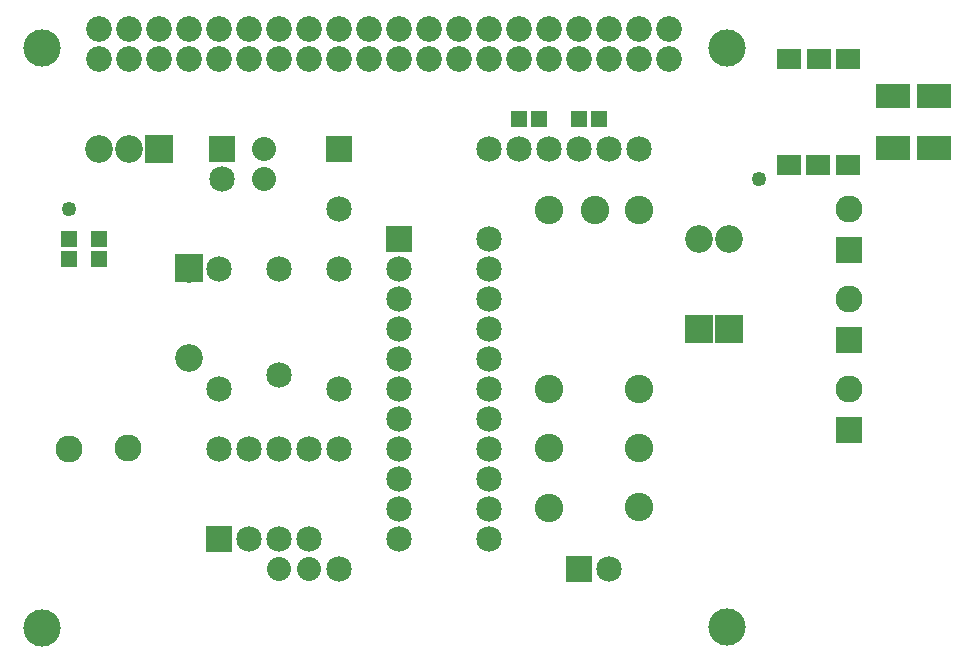
<source format=gts>
G04 MADE WITH FRITZING*
G04 WWW.FRITZING.ORG*
G04 DOUBLE SIDED*
G04 HOLES PLATED*
G04 CONTOUR ON CENTER OF CONTOUR VECTOR*
%ASAXBY*%
%FSLAX23Y23*%
%MOIN*%
%OFA0B0*%
%SFA1.0B1.0*%
%ADD10C,0.085000*%
%ADD11C,0.049370*%
%ADD12C,0.092000*%
%ADD13C,0.080000*%
%ADD14C,0.090000*%
%ADD15C,0.085361*%
%ADD16C,0.124173*%
%ADD17C,0.094722*%
%ADD18R,0.053307X0.057244*%
%ADD19R,0.116299X0.080866*%
%ADD20R,0.092000X0.092000*%
%ADD21R,0.080079X0.069596*%
%ADD22R,0.080079X0.069606*%
%ADD23R,0.080079X0.069370*%
%ADD24R,0.080079X0.068937*%
%ADD25R,0.080079X0.069378*%
%ADD26R,0.057244X0.053307*%
%ADD27R,0.085000X0.085000*%
%ADD28R,0.090000X0.090000*%
%LNMASK1*%
G90*
G70*
G54D10*
X1640Y1740D03*
X1740Y1740D03*
X1840Y1740D03*
X1940Y1740D03*
X2040Y1740D03*
X2140Y1740D03*
G54D11*
X2540Y1640D03*
G54D12*
X2340Y1140D03*
X2340Y1438D03*
X2440Y1140D03*
X2440Y1438D03*
G54D10*
X748Y1739D03*
X748Y1639D03*
G54D13*
X891Y1638D03*
X891Y1738D03*
G54D10*
X1940Y340D03*
X2040Y340D03*
G54D14*
X2840Y802D03*
X2840Y940D03*
X2840Y1102D03*
X2840Y1240D03*
X2840Y1402D03*
X2840Y1540D03*
G54D10*
X1340Y1439D03*
X1640Y1439D03*
X1340Y1339D03*
X1640Y1339D03*
X1340Y1239D03*
X1640Y1239D03*
X1340Y1139D03*
X1640Y1139D03*
X1340Y1039D03*
X1640Y1039D03*
X1340Y939D03*
X1640Y939D03*
X1340Y839D03*
X1640Y839D03*
X1340Y739D03*
X1640Y739D03*
X1340Y639D03*
X1640Y639D03*
X1340Y539D03*
X1640Y539D03*
X1340Y439D03*
X1640Y439D03*
G54D12*
X540Y1740D03*
X440Y1740D03*
X340Y1740D03*
G54D15*
X340Y2040D03*
X440Y2040D03*
X540Y2040D03*
X640Y2040D03*
X740Y2040D03*
X840Y2040D03*
X940Y2040D03*
X1040Y2040D03*
X1140Y2040D03*
X1240Y2040D03*
X1340Y2040D03*
X1440Y2040D03*
X1540Y2040D03*
X1640Y2040D03*
X1740Y2040D03*
X1840Y2040D03*
X1940Y2040D03*
X2040Y2040D03*
X2140Y2040D03*
X2240Y2040D03*
X2240Y2140D03*
X2140Y2140D03*
X2040Y2140D03*
X1940Y2140D03*
X1840Y2140D03*
X1740Y2140D03*
X1640Y2140D03*
X1540Y2140D03*
X1440Y2140D03*
X1340Y2140D03*
X1240Y2140D03*
X1140Y2140D03*
X1040Y2140D03*
X940Y2140D03*
X840Y2140D03*
X740Y2140D03*
X640Y2140D03*
X540Y2140D03*
X440Y2140D03*
X340Y2140D03*
G54D16*
X149Y2075D03*
X149Y143D03*
X2434Y145D03*
X2433Y2075D03*
G54D14*
X436Y741D03*
X240Y740D03*
G54D10*
X740Y940D03*
X740Y1340D03*
X741Y439D03*
X741Y739D03*
X841Y439D03*
X841Y739D03*
X941Y439D03*
X941Y739D03*
X1041Y439D03*
X1041Y739D03*
G54D12*
X640Y1340D03*
X640Y1042D03*
G54D10*
X1140Y740D03*
X1140Y340D03*
G54D13*
X1040Y340D03*
X939Y340D03*
G54D10*
X1140Y1739D03*
X1140Y1539D03*
X1140Y939D03*
X1140Y1339D03*
G54D17*
X1840Y1535D03*
X1993Y1535D03*
X2138Y1535D03*
X1840Y741D03*
X2140Y741D03*
X1840Y543D03*
X2140Y544D03*
X1840Y940D03*
X2140Y940D03*
G54D11*
X240Y1540D03*
G54D10*
X940Y1340D03*
X940Y985D03*
G54D18*
X240Y1440D03*
X240Y1373D03*
X340Y1440D03*
X340Y1373D03*
G54D19*
X3123Y1915D03*
X3123Y1742D03*
X2987Y1915D03*
X2987Y1742D03*
G54D20*
X2340Y1139D03*
X2440Y1139D03*
G54D21*
X2836Y2040D03*
X2738Y2040D03*
G54D22*
X2640Y2040D03*
G54D23*
X2640Y1685D03*
G54D24*
X2737Y1685D03*
G54D25*
X2837Y1685D03*
G54D26*
X2007Y1840D03*
X1940Y1840D03*
X1807Y1840D03*
X1740Y1840D03*
G54D27*
X748Y1739D03*
X1940Y340D03*
G54D28*
X2840Y802D03*
X2840Y1102D03*
X2840Y1402D03*
G54D27*
X1340Y1439D03*
G54D20*
X540Y1740D03*
G54D27*
X741Y439D03*
G54D20*
X640Y1341D03*
G54D27*
X1140Y1739D03*
G04 End of Mask1*
M02*
</source>
